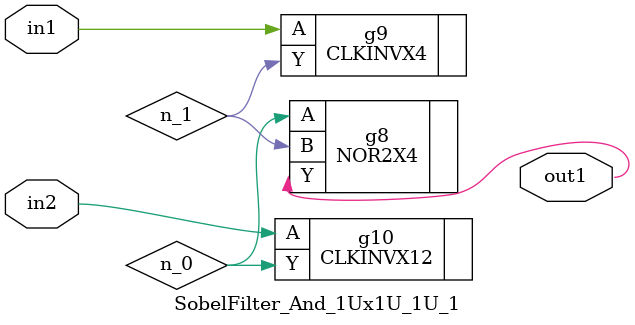
<source format=v>
`timescale 1ps / 1ps


module SobelFilter_And_1Ux1U_1U_1(in2, in1, out1);
  input in2, in1;
  output out1;
  wire in2, in1;
  wire out1;
  wire n_0, n_1;
  NOR2X4 g8(.A (n_0), .B (n_1), .Y (out1));
  CLKINVX4 g9(.A (in1), .Y (n_1));
  CLKINVX12 g10(.A (in2), .Y (n_0));
endmodule



</source>
